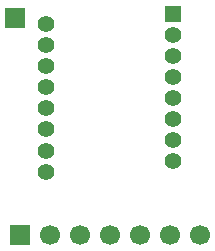
<source format=gbr>
%TF.GenerationSoftware,KiCad,Pcbnew,9.0.5*%
%TF.CreationDate,2025-11-21T21:53:36+01:00*%
%TF.ProjectId,keyballTrackballPCB,6b657962-616c-46c5-9472-61636b62616c,1.0*%
%TF.SameCoordinates,Original*%
%TF.FileFunction,Soldermask,Bot*%
%TF.FilePolarity,Negative*%
%FSLAX46Y46*%
G04 Gerber Fmt 4.6, Leading zero omitted, Abs format (unit mm)*
G04 Created by KiCad (PCBNEW 9.0.5) date 2025-11-21 21:53:36*
%MOMM*%
%LPD*%
G01*
G04 APERTURE LIST*
%ADD10R,1.700000X1.700000*%
%ADD11R,1.400000X1.400000*%
%ADD12C,1.400000*%
%ADD13C,1.700000*%
G04 APERTURE END LIST*
D10*
%TO.C,J2*%
X87000000Y-81200000D03*
%TD*%
D11*
%TO.C,U4*%
X100350000Y-80880000D03*
D12*
X100350000Y-82660000D03*
X100350000Y-84440000D03*
X100350000Y-86220000D03*
X100350000Y-88000000D03*
X100350000Y-89780000D03*
X100350000Y-91560000D03*
X100350000Y-93340000D03*
X89650000Y-94230000D03*
X89650000Y-92450000D03*
X89650000Y-90670000D03*
X89650000Y-88890000D03*
X89650000Y-87110000D03*
X89650000Y-85330000D03*
X89650000Y-83550000D03*
X89650000Y-81770000D03*
%TD*%
D10*
%TO.C,J1*%
X87380000Y-99600000D03*
D13*
X89920000Y-99600000D03*
X92460000Y-99600000D03*
X95000000Y-99600000D03*
X97540000Y-99600000D03*
X100080000Y-99600000D03*
X102620000Y-99600000D03*
%TD*%
M02*

</source>
